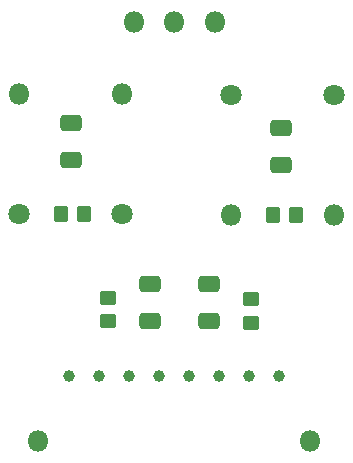
<source format=gbr>
%TF.GenerationSoftware,KiCad,Pcbnew,7.0.5*%
%TF.CreationDate,2023-06-20T08:34:55-05:00*%
%TF.ProjectId,Single.Channel.Amp,53696e67-6c65-42e4-9368-616e6e656c2e,rev?*%
%TF.SameCoordinates,Original*%
%TF.FileFunction,Soldermask,Top*%
%TF.FilePolarity,Negative*%
%FSLAX46Y46*%
G04 Gerber Fmt 4.6, Leading zero omitted, Abs format (unit mm)*
G04 Created by KiCad (PCBNEW 7.0.5) date 2023-06-20 08:34:55*
%MOMM*%
%LPD*%
G01*
G04 APERTURE LIST*
G04 Aperture macros list*
%AMRoundRect*
0 Rectangle with rounded corners*
0 $1 Rounding radius*
0 $2 $3 $4 $5 $6 $7 $8 $9 X,Y pos of 4 corners*
0 Add a 4 corners polygon primitive as box body*
4,1,4,$2,$3,$4,$5,$6,$7,$8,$9,$2,$3,0*
0 Add four circle primitives for the rounded corners*
1,1,$1+$1,$2,$3*
1,1,$1+$1,$4,$5*
1,1,$1+$1,$6,$7*
1,1,$1+$1,$8,$9*
0 Add four rect primitives between the rounded corners*
20,1,$1+$1,$2,$3,$4,$5,0*
20,1,$1+$1,$4,$5,$6,$7,0*
20,1,$1+$1,$6,$7,$8,$9,0*
20,1,$1+$1,$8,$9,$2,$3,0*%
G04 Aperture macros list end*
%ADD10O,1.800000X1.800000*%
%ADD11RoundRect,0.250000X0.350000X0.450000X-0.350000X0.450000X-0.350000X-0.450000X0.350000X-0.450000X0*%
%ADD12RoundRect,0.250000X0.650000X-0.412500X0.650000X0.412500X-0.650000X0.412500X-0.650000X-0.412500X0*%
%ADD13RoundRect,0.250000X-0.450000X0.350000X-0.450000X-0.350000X0.450000X-0.350000X0.450000X0.350000X0*%
%ADD14C,1.800000*%
%ADD15RoundRect,0.250000X-0.650000X0.412500X-0.650000X-0.412500X0.650000X-0.412500X0.650000X0.412500X0*%
%ADD16C,1.000000*%
G04 APERTURE END LIST*
D10*
%TO.C,*%
X38185000Y-58057500D03*
%TD*%
D11*
%TO.C,1.0k\u03A9*%
X60035000Y-38915000D03*
X58035000Y-38915000D03*
%TD*%
D12*
%TO.C,10 uF*%
X58740000Y-34632500D03*
X58740000Y-31507500D03*
%TD*%
D13*
%TO.C,4.7\u03A9*%
X44040000Y-45900000D03*
X44040000Y-47900000D03*
%TD*%
D14*
%TO.C,1N4XXX (7.5 V)*%
X36550000Y-38835000D03*
D10*
X36550000Y-28675000D03*
%TD*%
D15*
%TO.C,10 uF*%
X52625000Y-44747500D03*
X52625000Y-47872500D03*
%TD*%
D10*
%TO.C,*%
X53111459Y-22545000D03*
%TD*%
D11*
%TO.C,1.0k\u03A9*%
X42070000Y-38805000D03*
X40070000Y-38805000D03*
%TD*%
D10*
%TO.C,*%
X49685000Y-22545000D03*
%TD*%
%TO.C,*%
X46258541Y-22545000D03*
%TD*%
D12*
%TO.C,10 uF*%
X40960000Y-34202500D03*
X40960000Y-31077500D03*
%TD*%
D14*
%TO.C,1N4148*%
X45270000Y-38835000D03*
D10*
X45270000Y-28675000D03*
%TD*%
D16*
%TO.C,REF\u002A\u002A*%
X45875000Y-52550000D03*
X48415000Y-52550000D03*
X56035000Y-52550000D03*
X53495000Y-52550000D03*
X50955000Y-52550000D03*
X43335000Y-52550000D03*
X58575000Y-52550000D03*
X40795000Y-52550000D03*
%TD*%
D14*
%TO.C,1N4XXX (7.5 V)*%
X54495000Y-28755000D03*
D10*
X54495000Y-38915000D03*
%TD*%
D14*
%TO.C,1N4148*%
X63210000Y-28765000D03*
D10*
X63210000Y-38925000D03*
%TD*%
D15*
%TO.C,10 uF*%
X47625000Y-44747500D03*
X47625000Y-47872500D03*
%TD*%
D10*
%TO.C,*%
X61185000Y-58057500D03*
%TD*%
D13*
%TO.C,4.7\u03A9*%
X56165000Y-46000000D03*
X56165000Y-48000000D03*
%TD*%
M02*

</source>
